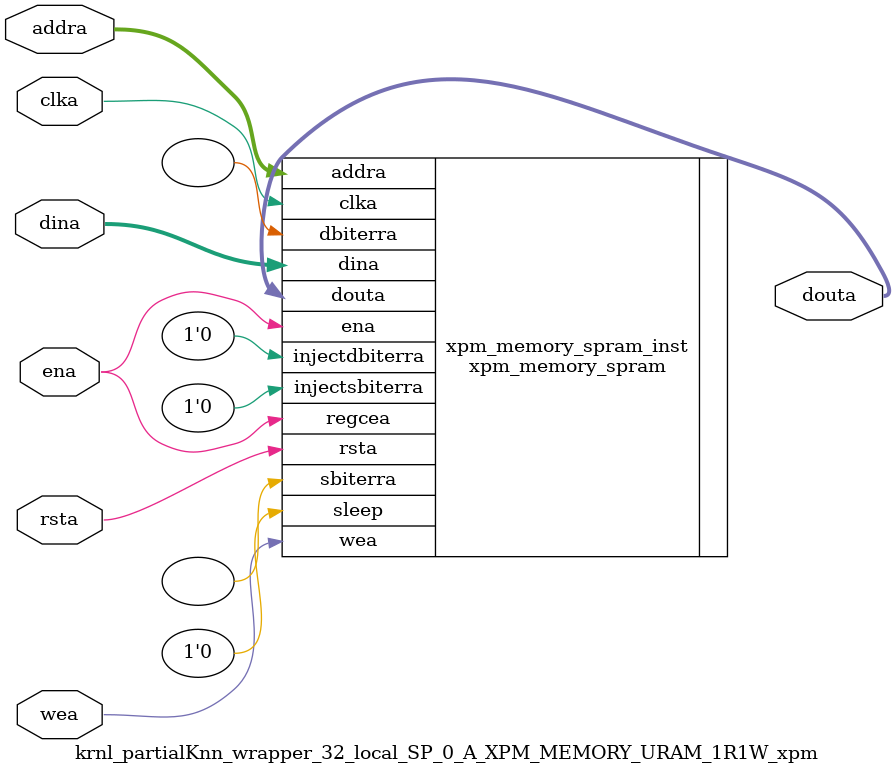
<source format=v>
`timescale 1 ns / 1 ps
module krnl_partialKnn_wrapper_32_local_SP_0_A_XPM_MEMORY_URAM_1R1W_xpm # (
  // Common module parameters
  parameter integer                 MEMORY_SIZE        = 524288,
  parameter                         MEMORY_PRIMITIVE   = "ultra",
  parameter                         ECC_MODE           = "no_ecc",
  parameter                         MEMORY_INIT_FILE   = "none",
  parameter                         WAKEUP_TIME        = "disable_sleep",
  parameter integer                 MESSAGE_CONTROL    = 0,
  // Port A module parameters
  parameter integer                 WRITE_DATA_WIDTH_A = 256,
  parameter integer                 READ_DATA_WIDTH_A  = WRITE_DATA_WIDTH_A,
  parameter integer                 BYTE_WRITE_WIDTH_A = WRITE_DATA_WIDTH_A,
  parameter integer                 ADDR_WIDTH_A       = 11,
  parameter                         READ_RESET_VALUE_A = "0",
  parameter integer                 READ_LATENCY_A     = 1,
  parameter                         WRITE_MODE_A       = "read_first"
) (
  // Port A module ports
  input  wire                                               clka,
  input  wire                                               rsta,
  input  wire                                               ena,
  input  wire [(WRITE_DATA_WIDTH_A/BYTE_WRITE_WIDTH_A)-1:0] wea,
  input  wire [ADDR_WIDTH_A-1:0]                            addra,
  input  wire [WRITE_DATA_WIDTH_A-1:0]                      dina,
  output wire [READ_DATA_WIDTH_A-1:0]                       douta
);
// Set parameter values and connect ports to instantiate an XPM_MEMORY single port RAM configuration
xpm_memory_spram # (
  // Common module parameters
  .MEMORY_SIZE        (MEMORY_SIZE),   //positive integer
  .MEMORY_PRIMITIVE   (MEMORY_PRIMITIVE),      //string; "auto", "distributed", "block" or "ultra";
  .ECC_MODE           (ECC_MODE),      //do not change
  .MEMORY_INIT_FILE   (MEMORY_INIT_FILE), //string; "none" or "<filename>.mem" 
  .MEMORY_INIT_PARAM  (""), //string;
  .WAKEUP_TIME        (WAKEUP_TIME),      //string; "disable_sleep" or "use_sleep_pin"
  .MESSAGE_CONTROL    (MESSAGE_CONTROL),      //do not change
  // Port A module parameters
  .WRITE_DATA_WIDTH_A (WRITE_DATA_WIDTH_A),     //positive integer
  .READ_DATA_WIDTH_A  (READ_DATA_WIDTH_A),     //positive integer
  .BYTE_WRITE_WIDTH_A (BYTE_WRITE_WIDTH_A),     //integer; 8, 9, or WRITE_DATA_WIDTH_A value
  .ADDR_WIDTH_A       (ADDR_WIDTH_A),      //positive integer
  .READ_RESET_VALUE_A (READ_RESET_VALUE_A),  //string
  .READ_LATENCY_A     (READ_LATENCY_A),      //non-negative integer
  .WRITE_MODE_A       (WRITE_MODE_A)       //string; "write_first", "read_first", "no_change"
) xpm_memory_spram_inst (
  // Common module ports
  .sleep          (1'b0),  //do not change
  // Port A module ports
  .clka           (clka),
  .rsta           (rsta),
  .ena            (ena),
  .regcea         (ena),
  .wea            (wea),
  .addra          (addra),
  .dina           (dina),
  .injectsbiterra (1'b0),  //do not change
  .injectdbiterra (1'b0),  //do not change
  .douta          (douta),
  .sbiterra       (),      //do not change
  .dbiterra       ()       //do not change
);
endmodule
</source>
